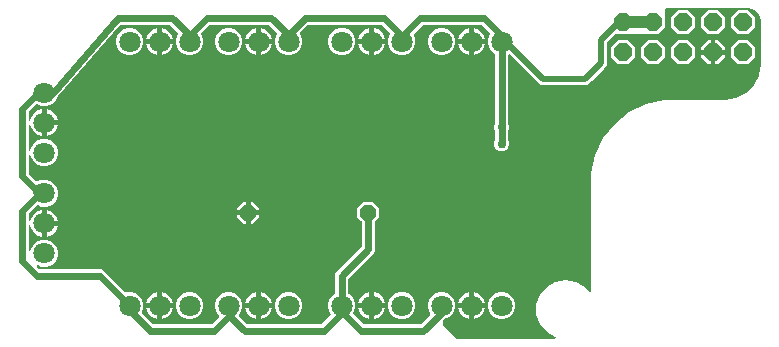
<source format=gbr>
G04 EAGLE Gerber RS-274X export*
G75*
%MOMM*%
%FSLAX34Y34*%
%LPD*%
%INBottom Copper*%
%IPPOS*%
%AMOC8*
5,1,8,0,0,1.08239X$1,22.5*%
G01*
G04 Define Apertures*
%ADD10C,1.800000*%
%ADD11P,1.64956X8X22.5*%
%ADD12P,1.42962X8X22.5*%
%ADD13C,0.508000*%
%ADD14C,1.016000*%
%ADD15C,0.756400*%
%ADD16C,0.609600*%
G36*
X26134Y10220D02*
X25836Y10160D01*
X-56834Y10160D01*
X-57120Y10216D01*
X-57373Y10383D01*
X-68357Y21367D01*
X-68520Y21608D01*
X-68580Y21906D01*
X-68580Y25408D01*
X-68524Y25694D01*
X-68357Y25947D01*
X-67967Y26337D01*
X-67725Y26500D01*
X-67676Y26510D01*
X-63313Y28317D01*
X-60067Y31563D01*
X-58310Y35805D01*
X-58310Y40395D01*
X-60067Y44637D01*
X-63313Y47883D01*
X-67555Y49640D01*
X-72145Y49640D01*
X-76387Y47883D01*
X-79633Y44637D01*
X-81390Y40395D01*
X-81390Y35805D01*
X-79633Y31563D01*
X-79628Y31558D01*
X-79470Y31328D01*
X-79405Y31032D01*
X-79461Y30733D01*
X-79628Y30481D01*
X-87390Y22719D01*
X-87631Y22556D01*
X-87929Y22496D01*
X-135821Y22496D01*
X-136107Y22552D01*
X-136360Y22719D01*
X-144443Y30802D01*
X-144603Y31038D01*
X-144666Y31335D01*
X-144608Y31632D01*
X-142880Y35805D01*
X-142880Y40395D01*
X-144637Y44637D01*
X-147883Y47883D01*
X-148362Y48081D01*
X-148600Y48238D01*
X-148772Y48488D01*
X-148832Y48785D01*
X-148832Y60870D01*
X-148776Y61156D01*
X-148609Y61409D01*
X-127343Y82675D01*
X-126492Y84728D01*
X-126492Y109181D01*
X-126436Y109467D01*
X-126269Y109720D01*
X-122936Y113052D01*
X-122936Y120628D01*
X-128292Y125984D01*
X-135868Y125984D01*
X-141224Y120628D01*
X-141224Y113052D01*
X-137891Y109720D01*
X-137728Y109478D01*
X-137668Y109181D01*
X-137668Y88470D01*
X-137724Y88184D01*
X-137891Y87931D01*
X-159157Y66665D01*
X-160008Y64612D01*
X-160008Y48785D01*
X-160061Y48505D01*
X-160227Y48251D01*
X-160478Y48081D01*
X-160957Y47883D01*
X-164203Y44637D01*
X-165960Y40395D01*
X-165960Y35805D01*
X-164203Y31563D01*
X-164083Y31443D01*
X-163925Y31213D01*
X-163860Y30917D01*
X-163916Y30618D01*
X-164083Y30366D01*
X-171730Y22719D01*
X-171971Y22556D01*
X-172269Y22496D01*
X-234131Y22496D01*
X-234417Y22552D01*
X-234670Y22719D01*
X-241422Y29471D01*
X-241580Y29701D01*
X-241645Y29997D01*
X-241589Y30295D01*
X-241422Y30548D01*
X-240407Y31563D01*
X-238650Y35805D01*
X-238650Y40395D01*
X-240407Y44637D01*
X-243653Y47883D01*
X-247895Y49640D01*
X-252485Y49640D01*
X-256727Y47883D01*
X-259973Y44637D01*
X-261730Y40395D01*
X-261730Y35805D01*
X-259973Y31563D01*
X-258323Y29913D01*
X-258165Y29683D01*
X-258100Y29387D01*
X-258156Y29088D01*
X-258323Y28836D01*
X-264440Y22719D01*
X-264681Y22556D01*
X-264979Y22496D01*
X-314141Y22496D01*
X-314427Y22552D01*
X-314680Y22719D01*
X-323661Y31700D01*
X-323821Y31936D01*
X-323884Y32233D01*
X-323826Y32530D01*
X-322470Y35805D01*
X-322470Y40395D01*
X-324227Y44637D01*
X-327473Y47883D01*
X-331715Y49640D01*
X-336305Y49640D01*
X-336784Y49442D01*
X-337063Y49384D01*
X-337362Y49440D01*
X-337614Y49607D01*
X-356245Y68237D01*
X-358298Y69088D01*
X-410263Y69088D01*
X-410549Y69144D01*
X-410802Y69311D01*
X-412483Y70992D01*
X-412634Y71206D01*
X-412706Y71501D01*
X-412657Y71800D01*
X-412496Y72057D01*
X-412247Y72230D01*
X-411951Y72293D01*
X-411653Y72235D01*
X-408695Y71010D01*
X-404105Y71010D01*
X-399863Y72767D01*
X-396617Y76013D01*
X-394860Y80255D01*
X-394860Y84845D01*
X-396617Y89087D01*
X-399863Y92333D01*
X-404105Y94090D01*
X-408695Y94090D01*
X-412937Y92333D01*
X-416183Y89087D01*
X-417998Y84705D01*
X-418138Y84485D01*
X-418383Y84305D01*
X-418678Y84235D01*
X-418977Y84286D01*
X-419232Y84450D01*
X-419404Y84700D01*
X-419464Y84997D01*
X-419464Y105503D01*
X-419419Y105761D01*
X-419262Y106020D01*
X-419016Y106197D01*
X-418720Y106265D01*
X-418422Y106212D01*
X-418168Y106046D01*
X-417998Y105795D01*
X-416183Y101413D01*
X-412937Y98167D01*
X-408695Y96410D01*
X-408432Y96410D01*
X-408432Y119490D01*
X-408695Y119490D01*
X-412937Y117733D01*
X-416183Y114487D01*
X-417998Y110105D01*
X-418138Y109885D01*
X-418383Y109705D01*
X-418678Y109635D01*
X-418977Y109686D01*
X-419232Y109850D01*
X-419404Y110100D01*
X-419464Y110397D01*
X-419464Y116021D01*
X-419408Y116307D01*
X-419241Y116560D01*
X-412800Y123001D01*
X-412564Y123161D01*
X-412267Y123224D01*
X-411970Y123166D01*
X-408695Y121810D01*
X-404105Y121810D01*
X-399863Y123567D01*
X-396617Y126813D01*
X-394860Y131055D01*
X-394860Y135645D01*
X-396617Y139887D01*
X-399863Y143133D01*
X-404105Y144890D01*
X-408695Y144890D01*
X-412261Y143413D01*
X-412540Y143355D01*
X-412838Y143411D01*
X-413091Y143578D01*
X-419241Y149728D01*
X-419404Y149970D01*
X-419464Y150267D01*
X-419464Y165193D01*
X-419419Y165451D01*
X-419262Y165710D01*
X-419016Y165887D01*
X-418720Y165955D01*
X-418422Y165902D01*
X-418168Y165736D01*
X-417998Y165485D01*
X-416183Y161103D01*
X-412937Y157857D01*
X-408695Y156100D01*
X-404105Y156100D01*
X-399863Y157857D01*
X-396617Y161103D01*
X-394860Y165345D01*
X-394860Y169935D01*
X-396617Y174177D01*
X-399863Y177423D01*
X-404105Y179180D01*
X-408695Y179180D01*
X-412937Y177423D01*
X-416183Y174177D01*
X-417998Y169795D01*
X-418138Y169575D01*
X-418383Y169395D01*
X-418678Y169325D01*
X-418977Y169376D01*
X-419232Y169540D01*
X-419404Y169790D01*
X-419464Y170087D01*
X-419464Y190593D01*
X-419419Y190851D01*
X-419262Y191110D01*
X-419016Y191287D01*
X-418720Y191355D01*
X-418422Y191302D01*
X-418168Y191136D01*
X-417998Y190885D01*
X-416183Y186503D01*
X-412937Y183257D01*
X-408695Y181500D01*
X-408432Y181500D01*
X-408432Y204580D01*
X-408695Y204580D01*
X-412937Y202823D01*
X-416183Y199577D01*
X-417998Y195195D01*
X-418138Y194975D01*
X-418383Y194795D01*
X-418678Y194725D01*
X-418977Y194776D01*
X-419232Y194940D01*
X-419404Y195190D01*
X-419464Y195487D01*
X-419464Y202266D01*
X-419408Y202552D01*
X-419241Y202805D01*
X-413617Y208429D01*
X-413381Y208590D01*
X-413084Y208652D01*
X-412786Y208595D01*
X-408695Y206900D01*
X-404105Y206900D01*
X-399863Y208657D01*
X-396617Y211903D01*
X-395795Y213887D01*
X-395666Y214095D01*
X-395222Y214607D01*
X-395186Y214646D01*
X-394556Y215275D01*
X-394527Y215347D01*
X-394398Y215555D01*
X-341988Y275862D01*
X-341710Y276064D01*
X-341413Y276124D01*
X-300539Y276124D01*
X-300253Y276068D01*
X-300000Y275901D01*
X-293187Y269088D01*
X-293027Y268852D01*
X-292964Y268555D01*
X-293022Y268258D01*
X-294750Y264085D01*
X-294750Y259495D01*
X-292993Y255253D01*
X-289747Y252007D01*
X-285505Y250250D01*
X-280915Y250250D01*
X-276673Y252007D01*
X-273427Y255253D01*
X-271670Y259495D01*
X-271670Y264085D01*
X-273398Y268258D01*
X-273456Y268537D01*
X-273401Y268835D01*
X-273233Y269088D01*
X-266420Y275901D01*
X-266179Y276064D01*
X-265881Y276124D01*
X-216719Y276124D01*
X-216433Y276068D01*
X-216180Y275901D01*
X-209367Y269088D01*
X-209207Y268852D01*
X-209144Y268555D01*
X-209202Y268258D01*
X-210930Y264085D01*
X-210930Y259495D01*
X-209173Y255253D01*
X-205927Y252007D01*
X-201685Y250250D01*
X-197095Y250250D01*
X-192853Y252007D01*
X-189607Y255253D01*
X-187850Y259495D01*
X-187850Y264085D01*
X-189607Y268327D01*
X-189642Y268362D01*
X-189800Y268592D01*
X-189865Y268888D01*
X-189809Y269187D01*
X-189642Y269439D01*
X-183350Y275731D01*
X-183109Y275894D01*
X-182811Y275954D01*
X-121092Y275954D01*
X-120806Y275898D01*
X-120553Y275731D01*
X-113639Y268816D01*
X-113479Y268580D01*
X-113416Y268284D01*
X-113474Y267986D01*
X-115160Y263915D01*
X-115160Y259325D01*
X-113403Y255083D01*
X-110157Y251837D01*
X-105915Y250080D01*
X-101325Y250080D01*
X-97083Y251837D01*
X-93837Y255083D01*
X-92080Y259325D01*
X-92080Y263915D01*
X-93589Y267557D01*
X-93646Y267837D01*
X-93591Y268135D01*
X-93423Y268388D01*
X-86080Y275731D01*
X-85839Y275894D01*
X-85541Y275954D01*
X-36379Y275954D01*
X-36093Y275898D01*
X-35840Y275731D01*
X-29027Y268918D01*
X-28867Y268682D01*
X-28804Y268385D01*
X-28862Y268088D01*
X-30590Y263915D01*
X-30590Y259325D01*
X-28833Y255083D01*
X-25587Y251837D01*
X-25108Y251639D01*
X-24870Y251482D01*
X-24698Y251232D01*
X-24638Y250935D01*
X-24638Y192411D01*
X-24696Y192120D01*
X-25372Y190488D01*
X-25372Y187972D01*
X-24696Y186340D01*
X-24638Y186049D01*
X-24638Y178441D01*
X-24696Y178150D01*
X-25372Y176518D01*
X-25372Y174002D01*
X-24410Y171679D01*
X-22631Y169900D01*
X-20308Y168938D01*
X-17792Y168938D01*
X-15469Y169900D01*
X-13690Y171679D01*
X-12728Y174002D01*
X-12728Y176518D01*
X-13404Y178150D01*
X-13462Y178441D01*
X-13462Y186049D01*
X-13404Y186340D01*
X-12728Y187972D01*
X-12728Y190488D01*
X-13404Y192120D01*
X-13462Y192411D01*
X-13462Y250382D01*
X-13415Y250646D01*
X-13256Y250904D01*
X-13008Y251079D01*
X-12712Y251144D01*
X-12414Y251089D01*
X-12161Y250921D01*
X10116Y228644D01*
X10143Y228625D01*
X10334Y228580D01*
X10332Y228570D01*
X10463Y228544D01*
X10715Y228377D01*
X14004Y225088D01*
X53456Y225088D01*
X56771Y228403D01*
X56903Y228509D01*
X57061Y228568D01*
X57212Y228662D01*
X67266Y238716D01*
X67285Y238743D01*
X67289Y238760D01*
X67492Y239124D01*
X69832Y241464D01*
X69832Y260572D01*
X69888Y260858D01*
X70055Y261111D01*
X76691Y267747D01*
X76933Y267910D01*
X77230Y267970D01*
X113308Y267970D01*
X119260Y273922D01*
X119260Y275195D01*
X119279Y275363D01*
X119336Y275489D01*
X119380Y275678D01*
X119380Y289078D01*
X119431Y289353D01*
X119595Y289608D01*
X119845Y289780D01*
X120142Y289840D01*
X190300Y289840D01*
X190497Y289814D01*
X195036Y288598D01*
X195378Y288401D01*
X198701Y285078D01*
X198898Y284736D01*
X200114Y280197D01*
X200140Y280000D01*
X200140Y242300D01*
X200131Y242181D01*
X198707Y233195D01*
X198634Y232968D01*
X194504Y224862D01*
X194363Y224670D01*
X187930Y218237D01*
X187738Y218096D01*
X179632Y213966D01*
X179405Y213893D01*
X170419Y212469D01*
X170300Y212460D01*
X118495Y212460D01*
X103081Y208942D01*
X88836Y202082D01*
X76475Y192225D01*
X66618Y179864D01*
X59758Y165619D01*
X56240Y150205D01*
X56240Y50164D01*
X56167Y49839D01*
X55986Y49596D01*
X55724Y49443D01*
X55424Y49404D01*
X55132Y49485D01*
X54894Y49674D01*
X51104Y54191D01*
X43569Y58542D01*
X35000Y60053D01*
X26431Y58542D01*
X18897Y54191D01*
X13304Y47526D01*
X10328Y39350D01*
X10328Y30650D01*
X13304Y22474D01*
X18897Y15809D01*
X26217Y11582D01*
X26349Y11486D01*
X26528Y11241D01*
X26598Y10946D01*
X26547Y10647D01*
X26384Y10392D01*
X26134Y10220D01*
G37*
%LPC*%
G36*
X130292Y267970D02*
X138708Y267970D01*
X144660Y273922D01*
X144660Y282338D01*
X138708Y288290D01*
X130292Y288290D01*
X124340Y282338D01*
X124340Y273922D01*
X130292Y267970D01*
G37*
G36*
X155692Y267970D02*
X164108Y267970D01*
X170060Y273922D01*
X170060Y282338D01*
X164108Y288290D01*
X155692Y288290D01*
X149740Y282338D01*
X149740Y273922D01*
X155692Y267970D01*
G37*
G36*
X181092Y267970D02*
X189508Y267970D01*
X195460Y273922D01*
X195460Y282338D01*
X189508Y288290D01*
X181092Y288290D01*
X175140Y282338D01*
X175140Y273922D01*
X181092Y267970D01*
G37*
G36*
X-306578Y263822D02*
X-297070Y263822D01*
X-297070Y264085D01*
X-298827Y268327D01*
X-302073Y271573D01*
X-306315Y273330D01*
X-306578Y273330D01*
X-306578Y263822D01*
G37*
G36*
X-222758Y263822D02*
X-213250Y263822D01*
X-213250Y264085D01*
X-215007Y268327D01*
X-218253Y271573D01*
X-222495Y273330D01*
X-222758Y273330D01*
X-222758Y263822D01*
G37*
G36*
X-336305Y250250D02*
X-331715Y250250D01*
X-327473Y252007D01*
X-324227Y255253D01*
X-322470Y259495D01*
X-322470Y264085D01*
X-324227Y268327D01*
X-327473Y271573D01*
X-331715Y273330D01*
X-336305Y273330D01*
X-340547Y271573D01*
X-343793Y268327D01*
X-345550Y264085D01*
X-345550Y259495D01*
X-343793Y255253D01*
X-340547Y252007D01*
X-336305Y250250D01*
G37*
G36*
X-320150Y263822D02*
X-310642Y263822D01*
X-310642Y273330D01*
X-310905Y273330D01*
X-315147Y271573D01*
X-318393Y268327D01*
X-320150Y264085D01*
X-320150Y263822D01*
G37*
G36*
X-252485Y250250D02*
X-247895Y250250D01*
X-243653Y252007D01*
X-240407Y255253D01*
X-238650Y259495D01*
X-238650Y264085D01*
X-240407Y268327D01*
X-243653Y271573D01*
X-247895Y273330D01*
X-252485Y273330D01*
X-256727Y271573D01*
X-259973Y268327D01*
X-261730Y264085D01*
X-261730Y259495D01*
X-259973Y255253D01*
X-256727Y252007D01*
X-252485Y250250D01*
G37*
G36*
X-236330Y263822D02*
X-226822Y263822D01*
X-226822Y273330D01*
X-227085Y273330D01*
X-231327Y271573D01*
X-234573Y268327D01*
X-236330Y264085D01*
X-236330Y263822D01*
G37*
G36*
X-126988Y263652D02*
X-117480Y263652D01*
X-117480Y263915D01*
X-119237Y268157D01*
X-122483Y271403D01*
X-126725Y273160D01*
X-126988Y273160D01*
X-126988Y263652D01*
G37*
G36*
X-42418Y263652D02*
X-32910Y263652D01*
X-32910Y263915D01*
X-34667Y268157D01*
X-37913Y271403D01*
X-42155Y273160D01*
X-42418Y273160D01*
X-42418Y263652D01*
G37*
G36*
X-55990Y263652D02*
X-46482Y263652D01*
X-46482Y273160D01*
X-46745Y273160D01*
X-50987Y271403D01*
X-54233Y268157D01*
X-55990Y263915D01*
X-55990Y263652D01*
G37*
G36*
X-72145Y250080D02*
X-67555Y250080D01*
X-63313Y251837D01*
X-60067Y255083D01*
X-58310Y259325D01*
X-58310Y263915D01*
X-60067Y268157D01*
X-63313Y271403D01*
X-67555Y273160D01*
X-72145Y273160D01*
X-76387Y271403D01*
X-79633Y268157D01*
X-81390Y263915D01*
X-81390Y259325D01*
X-79633Y255083D01*
X-76387Y251837D01*
X-72145Y250080D01*
G37*
G36*
X-156715Y250080D02*
X-152125Y250080D01*
X-147883Y251837D01*
X-144637Y255083D01*
X-142880Y259325D01*
X-142880Y263915D01*
X-144637Y268157D01*
X-147883Y271403D01*
X-152125Y273160D01*
X-156715Y273160D01*
X-160957Y271403D01*
X-164203Y268157D01*
X-165960Y263915D01*
X-165960Y259325D01*
X-164203Y255083D01*
X-160957Y251837D01*
X-156715Y250080D01*
G37*
G36*
X-140560Y263652D02*
X-131052Y263652D01*
X-131052Y273160D01*
X-131315Y273160D01*
X-135557Y271403D01*
X-138803Y268157D01*
X-140560Y263915D01*
X-140560Y263652D01*
G37*
G36*
X79492Y242570D02*
X87908Y242570D01*
X93860Y248522D01*
X93860Y256938D01*
X87908Y262890D01*
X79492Y262890D01*
X73540Y256938D01*
X73540Y248522D01*
X79492Y242570D01*
G37*
G36*
X104892Y242570D02*
X113308Y242570D01*
X119260Y248522D01*
X119260Y256938D01*
X113308Y262890D01*
X104892Y262890D01*
X98940Y256938D01*
X98940Y248522D01*
X104892Y242570D01*
G37*
G36*
X130292Y242570D02*
X138708Y242570D01*
X144660Y248522D01*
X144660Y256938D01*
X138708Y262890D01*
X130292Y262890D01*
X124340Y256938D01*
X124340Y248522D01*
X130292Y242570D01*
G37*
G36*
X149740Y254762D02*
X157868Y254762D01*
X157868Y262890D01*
X155692Y262890D01*
X149740Y256938D01*
X149740Y254762D01*
G37*
G36*
X181092Y242570D02*
X189508Y242570D01*
X195460Y248522D01*
X195460Y256938D01*
X189508Y262890D01*
X181092Y262890D01*
X175140Y256938D01*
X175140Y248522D01*
X181092Y242570D01*
G37*
G36*
X161932Y254762D02*
X170060Y254762D01*
X170060Y256938D01*
X164108Y262890D01*
X161932Y262890D01*
X161932Y254762D01*
G37*
G36*
X-222758Y250250D02*
X-222495Y250250D01*
X-218253Y252007D01*
X-215007Y255253D01*
X-213250Y259495D01*
X-213250Y259758D01*
X-222758Y259758D01*
X-222758Y250250D01*
G37*
G36*
X-227085Y250250D02*
X-226822Y250250D01*
X-226822Y259758D01*
X-236330Y259758D01*
X-236330Y259495D01*
X-234573Y255253D01*
X-231327Y252007D01*
X-227085Y250250D01*
G37*
G36*
X-306578Y250250D02*
X-306315Y250250D01*
X-302073Y252007D01*
X-298827Y255253D01*
X-297070Y259495D01*
X-297070Y259758D01*
X-306578Y259758D01*
X-306578Y250250D01*
G37*
G36*
X-310905Y250250D02*
X-310642Y250250D01*
X-310642Y259758D01*
X-320150Y259758D01*
X-320150Y259495D01*
X-318393Y255253D01*
X-315147Y252007D01*
X-310905Y250250D01*
G37*
G36*
X-131315Y250080D02*
X-131052Y250080D01*
X-131052Y259588D01*
X-140560Y259588D01*
X-140560Y259325D01*
X-138803Y255083D01*
X-135557Y251837D01*
X-131315Y250080D01*
G37*
G36*
X-42418Y250080D02*
X-42155Y250080D01*
X-37913Y251837D01*
X-34667Y255083D01*
X-32910Y259325D01*
X-32910Y259588D01*
X-42418Y259588D01*
X-42418Y250080D01*
G37*
G36*
X-46745Y250080D02*
X-46482Y250080D01*
X-46482Y259588D01*
X-55990Y259588D01*
X-55990Y259325D01*
X-54233Y255083D01*
X-50987Y251837D01*
X-46745Y250080D01*
G37*
G36*
X-126988Y250080D02*
X-126725Y250080D01*
X-122483Y251837D01*
X-119237Y255083D01*
X-117480Y259325D01*
X-117480Y259588D01*
X-126988Y259588D01*
X-126988Y250080D01*
G37*
G36*
X155692Y242570D02*
X157868Y242570D01*
X157868Y250698D01*
X149740Y250698D01*
X149740Y248522D01*
X155692Y242570D01*
G37*
G36*
X161932Y242570D02*
X164108Y242570D01*
X170060Y248522D01*
X170060Y250698D01*
X161932Y250698D01*
X161932Y242570D01*
G37*
G36*
X-404368Y195072D02*
X-394860Y195072D01*
X-394860Y195335D01*
X-396617Y199577D01*
X-399863Y202823D01*
X-404105Y204580D01*
X-404368Y204580D01*
X-404368Y195072D01*
G37*
G36*
X-404368Y181500D02*
X-404105Y181500D01*
X-399863Y183257D01*
X-396617Y186503D01*
X-394860Y190745D01*
X-394860Y191008D01*
X-404368Y191008D01*
X-404368Y181500D01*
G37*
G36*
X-231648Y118872D02*
X-224536Y118872D01*
X-224536Y120628D01*
X-229892Y125984D01*
X-231648Y125984D01*
X-231648Y118872D01*
G37*
G36*
X-242824Y118872D02*
X-235712Y118872D01*
X-235712Y125984D01*
X-237468Y125984D01*
X-242824Y120628D01*
X-242824Y118872D01*
G37*
G36*
X-404368Y109982D02*
X-394860Y109982D01*
X-394860Y110245D01*
X-396617Y114487D01*
X-399863Y117733D01*
X-404105Y119490D01*
X-404368Y119490D01*
X-404368Y109982D01*
G37*
G36*
X-231648Y107696D02*
X-229892Y107696D01*
X-224536Y113052D01*
X-224536Y114808D01*
X-231648Y114808D01*
X-231648Y107696D01*
G37*
G36*
X-237468Y107696D02*
X-235712Y107696D01*
X-235712Y114808D01*
X-242824Y114808D01*
X-242824Y113052D01*
X-237468Y107696D01*
G37*
G36*
X-404368Y96410D02*
X-404105Y96410D01*
X-399863Y98167D01*
X-396617Y101413D01*
X-394860Y105655D01*
X-394860Y105918D01*
X-404368Y105918D01*
X-404368Y96410D01*
G37*
G36*
X-21345Y26560D02*
X-16755Y26560D01*
X-12513Y28317D01*
X-9267Y31563D01*
X-7510Y35805D01*
X-7510Y40395D01*
X-9267Y44637D01*
X-12513Y47883D01*
X-16755Y49640D01*
X-21345Y49640D01*
X-25587Y47883D01*
X-28833Y44637D01*
X-30590Y40395D01*
X-30590Y35805D01*
X-28833Y31563D01*
X-25587Y28317D01*
X-21345Y26560D01*
G37*
G36*
X-55990Y40132D02*
X-46482Y40132D01*
X-46482Y49640D01*
X-46745Y49640D01*
X-50987Y47883D01*
X-54233Y44637D01*
X-55990Y40395D01*
X-55990Y40132D01*
G37*
G36*
X-105915Y26560D02*
X-101325Y26560D01*
X-97083Y28317D01*
X-93837Y31563D01*
X-92080Y35805D01*
X-92080Y40395D01*
X-93837Y44637D01*
X-97083Y47883D01*
X-101325Y49640D01*
X-105915Y49640D01*
X-110157Y47883D01*
X-113403Y44637D01*
X-115160Y40395D01*
X-115160Y35805D01*
X-113403Y31563D01*
X-110157Y28317D01*
X-105915Y26560D01*
G37*
G36*
X-140560Y40132D02*
X-131052Y40132D01*
X-131052Y49640D01*
X-131315Y49640D01*
X-135557Y47883D01*
X-138803Y44637D01*
X-140560Y40395D01*
X-140560Y40132D01*
G37*
G36*
X-201685Y26560D02*
X-197095Y26560D01*
X-192853Y28317D01*
X-189607Y31563D01*
X-187850Y35805D01*
X-187850Y40395D01*
X-189607Y44637D01*
X-192853Y47883D01*
X-197095Y49640D01*
X-201685Y49640D01*
X-205927Y47883D01*
X-209173Y44637D01*
X-210930Y40395D01*
X-210930Y35805D01*
X-209173Y31563D01*
X-205927Y28317D01*
X-201685Y26560D01*
G37*
G36*
X-236330Y40132D02*
X-226822Y40132D01*
X-226822Y49640D01*
X-227085Y49640D01*
X-231327Y47883D01*
X-234573Y44637D01*
X-236330Y40395D01*
X-236330Y40132D01*
G37*
G36*
X-285505Y26560D02*
X-280915Y26560D01*
X-276673Y28317D01*
X-273427Y31563D01*
X-271670Y35805D01*
X-271670Y40395D01*
X-273427Y44637D01*
X-276673Y47883D01*
X-280915Y49640D01*
X-285505Y49640D01*
X-289747Y47883D01*
X-292993Y44637D01*
X-294750Y40395D01*
X-294750Y35805D01*
X-292993Y31563D01*
X-289747Y28317D01*
X-285505Y26560D01*
G37*
G36*
X-320150Y40132D02*
X-310642Y40132D01*
X-310642Y49640D01*
X-310905Y49640D01*
X-315147Y47883D01*
X-318393Y44637D01*
X-320150Y40395D01*
X-320150Y40132D01*
G37*
G36*
X-306578Y40132D02*
X-297070Y40132D01*
X-297070Y40395D01*
X-298827Y44637D01*
X-302073Y47883D01*
X-306315Y49640D01*
X-306578Y49640D01*
X-306578Y40132D01*
G37*
G36*
X-222758Y40132D02*
X-213250Y40132D01*
X-213250Y40395D01*
X-215007Y44637D01*
X-218253Y47883D01*
X-222495Y49640D01*
X-222758Y49640D01*
X-222758Y40132D01*
G37*
G36*
X-126988Y40132D02*
X-117480Y40132D01*
X-117480Y40395D01*
X-119237Y44637D01*
X-122483Y47883D01*
X-126725Y49640D01*
X-126988Y49640D01*
X-126988Y40132D01*
G37*
G36*
X-42418Y40132D02*
X-32910Y40132D01*
X-32910Y40395D01*
X-34667Y44637D01*
X-37913Y47883D01*
X-42155Y49640D01*
X-42418Y49640D01*
X-42418Y40132D01*
G37*
G36*
X-42418Y26560D02*
X-42155Y26560D01*
X-37913Y28317D01*
X-34667Y31563D01*
X-32910Y35805D01*
X-32910Y36068D01*
X-42418Y36068D01*
X-42418Y26560D01*
G37*
G36*
X-46745Y26560D02*
X-46482Y26560D01*
X-46482Y36068D01*
X-55990Y36068D01*
X-55990Y35805D01*
X-54233Y31563D01*
X-50987Y28317D01*
X-46745Y26560D01*
G37*
G36*
X-126988Y26560D02*
X-126725Y26560D01*
X-122483Y28317D01*
X-119237Y31563D01*
X-117480Y35805D01*
X-117480Y36068D01*
X-126988Y36068D01*
X-126988Y26560D01*
G37*
G36*
X-131315Y26560D02*
X-131052Y26560D01*
X-131052Y36068D01*
X-140560Y36068D01*
X-140560Y35805D01*
X-138803Y31563D01*
X-135557Y28317D01*
X-131315Y26560D01*
G37*
G36*
X-222758Y26560D02*
X-222495Y26560D01*
X-218253Y28317D01*
X-215007Y31563D01*
X-213250Y35805D01*
X-213250Y36068D01*
X-222758Y36068D01*
X-222758Y26560D01*
G37*
G36*
X-227085Y26560D02*
X-226822Y26560D01*
X-226822Y36068D01*
X-236330Y36068D01*
X-236330Y35805D01*
X-234573Y31563D01*
X-231327Y28317D01*
X-227085Y26560D01*
G37*
G36*
X-306578Y26560D02*
X-306315Y26560D01*
X-302073Y28317D01*
X-298827Y31563D01*
X-297070Y35805D01*
X-297070Y36068D01*
X-306578Y36068D01*
X-306578Y26560D01*
G37*
G36*
X-310905Y26560D02*
X-310642Y26560D01*
X-310642Y36068D01*
X-320150Y36068D01*
X-320150Y35805D01*
X-318393Y31563D01*
X-315147Y28317D01*
X-310905Y26560D01*
G37*
%LPD*%
D10*
X-19050Y261620D03*
X-69850Y261620D03*
X-44450Y261620D03*
X-334010Y38100D03*
X-283210Y38100D03*
X-308610Y38100D03*
X-103620Y261620D03*
X-154420Y261620D03*
X-129020Y261620D03*
X-199390Y261790D03*
X-250190Y261790D03*
X-224790Y261790D03*
X-283210Y261790D03*
X-334010Y261790D03*
X-308610Y261790D03*
X-406400Y218440D03*
X-406400Y167640D03*
X-406400Y193040D03*
X-406400Y133350D03*
X-406400Y82550D03*
X-406400Y107950D03*
X-69850Y38100D03*
X-19050Y38100D03*
X-44450Y38100D03*
X-154420Y38100D03*
X-103620Y38100D03*
X-129020Y38100D03*
X-250190Y38100D03*
X-199390Y38100D03*
X-224790Y38100D03*
D11*
X83700Y252730D03*
X83700Y278130D03*
X109100Y252730D03*
X109100Y278130D03*
X134500Y252730D03*
X134500Y278130D03*
X159900Y252730D03*
X159900Y278130D03*
X185300Y252730D03*
X185300Y278130D03*
D12*
X-233680Y116840D03*
X-132080Y116840D03*
D13*
X16108Y230168D02*
X51352Y230168D01*
X64752Y243568D01*
X64752Y262992D01*
X16108Y230168D02*
X-15344Y261620D01*
X-19050Y261620D01*
X79890Y278130D02*
X83700Y278130D01*
X79890Y278130D02*
X64752Y262992D01*
D14*
X83700Y278130D02*
X109100Y278130D01*
D15*
X-19050Y189230D03*
D16*
X-19050Y261620D02*
X-19050Y266844D01*
X-33748Y281542D01*
X-88172Y281542D01*
X-103620Y266094D01*
X-103620Y261620D01*
X-185442Y281542D02*
X-199390Y267594D01*
X-199390Y261790D01*
X-103620Y261620D02*
X-103620Y266700D01*
X-118462Y281542D01*
X-185442Y281542D01*
X-199390Y267014D02*
X-199390Y261790D01*
X-199390Y267014D02*
X-214088Y281712D01*
X-268512Y281712D01*
X-283210Y267014D01*
X-281940Y265744D02*
X-283210Y264474D01*
X-283210Y261790D01*
X-281940Y265744D02*
X-283210Y267014D01*
X-297908Y281712D01*
X-344307Y281712D01*
X-399294Y218440D01*
X-406400Y218440D01*
X-408940Y215929D01*
X-406400Y133350D02*
X-409148Y131732D01*
X-359410Y63500D02*
X-334010Y38100D01*
X-334010Y34146D02*
X-316772Y16908D01*
X-334010Y34146D02*
X-334010Y38100D01*
X-316772Y16908D02*
X-262348Y16908D01*
X-249555Y29701D01*
X-247650Y31606D01*
X-249555Y29701D02*
X-236762Y16908D01*
X-247650Y31606D02*
X-250190Y34146D01*
X-250190Y38100D01*
X-236762Y16908D02*
X-169638Y16908D01*
X-154420Y32126D02*
X-154420Y38100D01*
X-154420Y32126D02*
X-169638Y16908D01*
X-154420Y32876D02*
X-138452Y16908D01*
X-154420Y32876D02*
X-154420Y38100D01*
X-138452Y16908D02*
X-85298Y16908D01*
X-69850Y32356D02*
X-69850Y38100D01*
X-69850Y32356D02*
X-85298Y16908D01*
X-19050Y189230D02*
X-19050Y259080D01*
X-132080Y116840D02*
X-132080Y85840D01*
X-154420Y63500D01*
X-154420Y38100D01*
D15*
X-19050Y175260D03*
D16*
X-19050Y189230D01*
X-408940Y215929D02*
X-414020Y215929D01*
X-425052Y204897D01*
X-425052Y147637D01*
X-409148Y131732D01*
X-425052Y75658D02*
X-412894Y63500D01*
X-410354Y133350D02*
X-406400Y133350D01*
X-410354Y133350D02*
X-425052Y118652D01*
X-425052Y75658D01*
X-412894Y63500D02*
X-359410Y63500D01*
M02*

</source>
